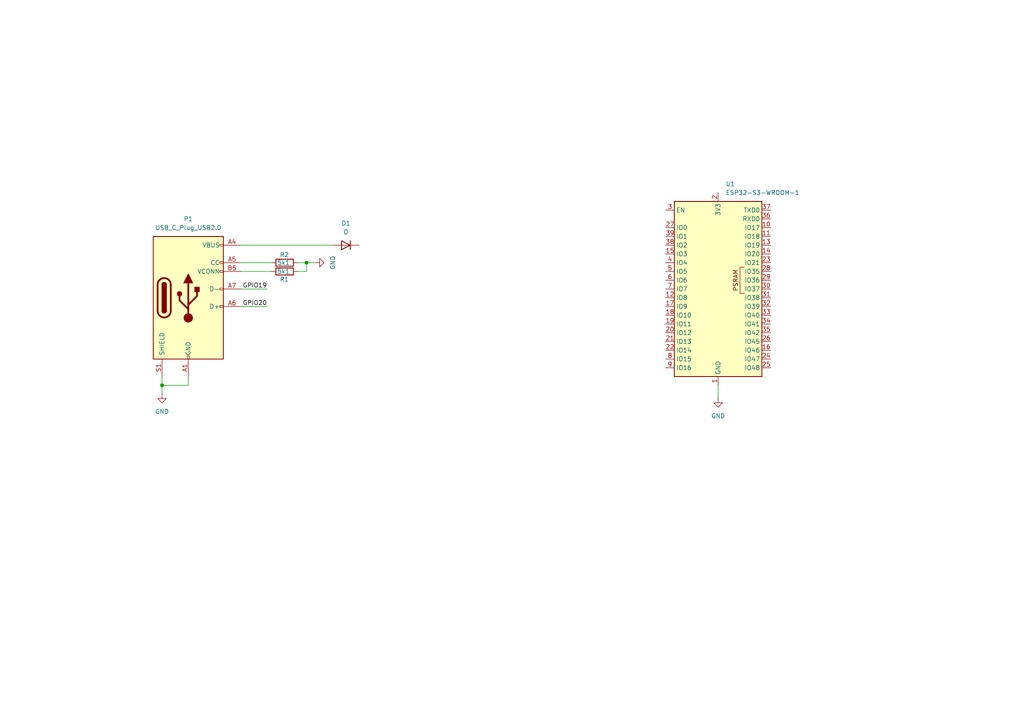
<source format=kicad_sch>
(kicad_sch
	(version 20231120)
	(generator "eeschema")
	(generator_version "8.0")
	(uuid "355496d4-74a1-48f8-addb-7dcc6fd2829d")
	(paper "A4")
	(lib_symbols
		(symbol "Connector:USB_C_Plug_USB2.0"
			(pin_names
				(offset 1.016)
			)
			(exclude_from_sim no)
			(in_bom yes)
			(on_board yes)
			(property "Reference" "P"
				(at -10.16 19.05 0)
				(effects
					(font
						(size 1.27 1.27)
					)
					(justify left)
				)
			)
			(property "Value" "USB_C_Plug_USB2.0"
				(at 12.7 19.05 0)
				(effects
					(font
						(size 1.27 1.27)
					)
					(justify right)
				)
			)
			(property "Footprint" ""
				(at 3.81 0 0)
				(effects
					(font
						(size 1.27 1.27)
					)
					(hide yes)
				)
			)
			(property "Datasheet" "https://www.usb.org/sites/default/files/documents/usb_type-c.zip"
				(at 3.81 0 0)
				(effects
					(font
						(size 1.27 1.27)
					)
					(hide yes)
				)
			)
			(property "Description" "USB 2.0-only Type-C Plug connector"
				(at 0 0 0)
				(effects
					(font
						(size 1.27 1.27)
					)
					(hide yes)
				)
			)
			(property "ki_keywords" "usb universal serial bus type-C USB2.0"
				(at 0 0 0)
				(effects
					(font
						(size 1.27 1.27)
					)
					(hide yes)
				)
			)
			(property "ki_fp_filters" "USB*C*Plug*"
				(at 0 0 0)
				(effects
					(font
						(size 1.27 1.27)
					)
					(hide yes)
				)
			)
			(symbol "USB_C_Plug_USB2.0_0_0"
				(rectangle
					(start -0.254 -17.78)
					(end 0.254 -16.764)
					(stroke
						(width 0)
						(type default)
					)
					(fill
						(type none)
					)
				)
				(rectangle
					(start 10.16 -2.286)
					(end 9.144 -2.794)
					(stroke
						(width 0)
						(type default)
					)
					(fill
						(type none)
					)
				)
				(rectangle
					(start 10.16 2.794)
					(end 9.144 2.286)
					(stroke
						(width 0)
						(type default)
					)
					(fill
						(type none)
					)
				)
				(rectangle
					(start 10.16 7.874)
					(end 9.144 7.366)
					(stroke
						(width 0)
						(type default)
					)
					(fill
						(type none)
					)
				)
				(rectangle
					(start 10.16 10.414)
					(end 9.144 9.906)
					(stroke
						(width 0)
						(type default)
					)
					(fill
						(type none)
					)
				)
				(rectangle
					(start 10.16 15.494)
					(end 9.144 14.986)
					(stroke
						(width 0)
						(type default)
					)
					(fill
						(type none)
					)
				)
			)
			(symbol "USB_C_Plug_USB2.0_0_1"
				(rectangle
					(start -10.16 17.78)
					(end 10.16 -17.78)
					(stroke
						(width 0.254)
						(type default)
					)
					(fill
						(type background)
					)
				)
				(arc
					(start -8.89 -3.81)
					(mid -6.985 -5.7067)
					(end -5.08 -3.81)
					(stroke
						(width 0.508)
						(type default)
					)
					(fill
						(type none)
					)
				)
				(arc
					(start -7.62 -3.81)
					(mid -6.985 -4.4423)
					(end -6.35 -3.81)
					(stroke
						(width 0.254)
						(type default)
					)
					(fill
						(type none)
					)
				)
				(arc
					(start -7.62 -3.81)
					(mid -6.985 -4.4423)
					(end -6.35 -3.81)
					(stroke
						(width 0.254)
						(type default)
					)
					(fill
						(type outline)
					)
				)
				(rectangle
					(start -7.62 -3.81)
					(end -6.35 3.81)
					(stroke
						(width 0.254)
						(type default)
					)
					(fill
						(type outline)
					)
				)
				(arc
					(start -6.35 3.81)
					(mid -6.985 4.4423)
					(end -7.62 3.81)
					(stroke
						(width 0.254)
						(type default)
					)
					(fill
						(type none)
					)
				)
				(arc
					(start -6.35 3.81)
					(mid -6.985 4.4423)
					(end -7.62 3.81)
					(stroke
						(width 0.254)
						(type default)
					)
					(fill
						(type outline)
					)
				)
				(arc
					(start -5.08 3.81)
					(mid -6.985 5.7067)
					(end -8.89 3.81)
					(stroke
						(width 0.508)
						(type default)
					)
					(fill
						(type none)
					)
				)
				(circle
					(center -2.54 1.143)
					(radius 0.635)
					(stroke
						(width 0.254)
						(type default)
					)
					(fill
						(type outline)
					)
				)
				(circle
					(center 0 -5.842)
					(radius 1.27)
					(stroke
						(width 0)
						(type default)
					)
					(fill
						(type outline)
					)
				)
				(polyline
					(pts
						(xy -8.89 -3.81) (xy -8.89 3.81)
					)
					(stroke
						(width 0.508)
						(type default)
					)
					(fill
						(type none)
					)
				)
				(polyline
					(pts
						(xy -5.08 3.81) (xy -5.08 -3.81)
					)
					(stroke
						(width 0.508)
						(type default)
					)
					(fill
						(type none)
					)
				)
				(polyline
					(pts
						(xy 0 -5.842) (xy 0 4.318)
					)
					(stroke
						(width 0.508)
						(type default)
					)
					(fill
						(type none)
					)
				)
				(polyline
					(pts
						(xy 0 -3.302) (xy -2.54 -0.762) (xy -2.54 0.508)
					)
					(stroke
						(width 0.508)
						(type default)
					)
					(fill
						(type none)
					)
				)
				(polyline
					(pts
						(xy 0 -2.032) (xy 2.54 0.508) (xy 2.54 1.778)
					)
					(stroke
						(width 0.508)
						(type default)
					)
					(fill
						(type none)
					)
				)
				(polyline
					(pts
						(xy -1.27 4.318) (xy 0 6.858) (xy 1.27 4.318) (xy -1.27 4.318)
					)
					(stroke
						(width 0.254)
						(type default)
					)
					(fill
						(type outline)
					)
				)
				(rectangle
					(start 1.905 1.778)
					(end 3.175 3.048)
					(stroke
						(width 0.254)
						(type default)
					)
					(fill
						(type outline)
					)
				)
			)
			(symbol "USB_C_Plug_USB2.0_1_1"
				(pin passive line
					(at 0 -22.86 90)
					(length 5.08)
					(name "GND"
						(effects
							(font
								(size 1.27 1.27)
							)
						)
					)
					(number "A1"
						(effects
							(font
								(size 1.27 1.27)
							)
						)
					)
				)
				(pin passive line
					(at 0 -22.86 90)
					(length 5.08) hide
					(name "GND"
						(effects
							(font
								(size 1.27 1.27)
							)
						)
					)
					(number "A12"
						(effects
							(font
								(size 1.27 1.27)
							)
						)
					)
				)
				(pin passive line
					(at 15.24 15.24 180)
					(length 5.08)
					(name "VBUS"
						(effects
							(font
								(size 1.27 1.27)
							)
						)
					)
					(number "A4"
						(effects
							(font
								(size 1.27 1.27)
							)
						)
					)
				)
				(pin bidirectional line
					(at 15.24 10.16 180)
					(length 5.08)
					(name "CC"
						(effects
							(font
								(size 1.27 1.27)
							)
						)
					)
					(number "A5"
						(effects
							(font
								(size 1.27 1.27)
							)
						)
					)
				)
				(pin bidirectional line
					(at 15.24 -2.54 180)
					(length 5.08)
					(name "D+"
						(effects
							(font
								(size 1.27 1.27)
							)
						)
					)
					(number "A6"
						(effects
							(font
								(size 1.27 1.27)
							)
						)
					)
				)
				(pin bidirectional line
					(at 15.24 2.54 180)
					(length 5.08)
					(name "D-"
						(effects
							(font
								(size 1.27 1.27)
							)
						)
					)
					(number "A7"
						(effects
							(font
								(size 1.27 1.27)
							)
						)
					)
				)
				(pin passive line
					(at 15.24 15.24 180)
					(length 5.08) hide
					(name "VBUS"
						(effects
							(font
								(size 1.27 1.27)
							)
						)
					)
					(number "A9"
						(effects
							(font
								(size 1.27 1.27)
							)
						)
					)
				)
				(pin passive line
					(at 0 -22.86 90)
					(length 5.08) hide
					(name "GND"
						(effects
							(font
								(size 1.27 1.27)
							)
						)
					)
					(number "B1"
						(effects
							(font
								(size 1.27 1.27)
							)
						)
					)
				)
				(pin passive line
					(at 0 -22.86 90)
					(length 5.08) hide
					(name "GND"
						(effects
							(font
								(size 1.27 1.27)
							)
						)
					)
					(number "B12"
						(effects
							(font
								(size 1.27 1.27)
							)
						)
					)
				)
				(pin passive line
					(at 15.24 15.24 180)
					(length 5.08) hide
					(name "VBUS"
						(effects
							(font
								(size 1.27 1.27)
							)
						)
					)
					(number "B4"
						(effects
							(font
								(size 1.27 1.27)
							)
						)
					)
				)
				(pin bidirectional line
					(at 15.24 7.62 180)
					(length 5.08)
					(name "VCONN"
						(effects
							(font
								(size 1.27 1.27)
							)
						)
					)
					(number "B5"
						(effects
							(font
								(size 1.27 1.27)
							)
						)
					)
				)
				(pin passive line
					(at 15.24 15.24 180)
					(length 5.08) hide
					(name "VBUS"
						(effects
							(font
								(size 1.27 1.27)
							)
						)
					)
					(number "B9"
						(effects
							(font
								(size 1.27 1.27)
							)
						)
					)
				)
				(pin passive line
					(at -7.62 -22.86 90)
					(length 5.08)
					(name "SHIELD"
						(effects
							(font
								(size 1.27 1.27)
							)
						)
					)
					(number "S1"
						(effects
							(font
								(size 1.27 1.27)
							)
						)
					)
				)
			)
		)
		(symbol "Device:D"
			(pin_numbers hide)
			(pin_names
				(offset 1.016) hide)
			(exclude_from_sim no)
			(in_bom yes)
			(on_board yes)
			(property "Reference" "D"
				(at 0 2.54 0)
				(effects
					(font
						(size 1.27 1.27)
					)
				)
			)
			(property "Value" "D"
				(at 0 -2.54 0)
				(effects
					(font
						(size 1.27 1.27)
					)
				)
			)
			(property "Footprint" ""
				(at 0 0 0)
				(effects
					(font
						(size 1.27 1.27)
					)
					(hide yes)
				)
			)
			(property "Datasheet" "~"
				(at 0 0 0)
				(effects
					(font
						(size 1.27 1.27)
					)
					(hide yes)
				)
			)
			(property "Description" "Diode"
				(at 0 0 0)
				(effects
					(font
						(size 1.27 1.27)
					)
					(hide yes)
				)
			)
			(property "Sim.Device" "D"
				(at 0 0 0)
				(effects
					(font
						(size 1.27 1.27)
					)
					(hide yes)
				)
			)
			(property "Sim.Pins" "1=K 2=A"
				(at 0 0 0)
				(effects
					(font
						(size 1.27 1.27)
					)
					(hide yes)
				)
			)
			(property "ki_keywords" "diode"
				(at 0 0 0)
				(effects
					(font
						(size 1.27 1.27)
					)
					(hide yes)
				)
			)
			(property "ki_fp_filters" "TO-???* *_Diode_* *SingleDiode* D_*"
				(at 0 0 0)
				(effects
					(font
						(size 1.27 1.27)
					)
					(hide yes)
				)
			)
			(symbol "D_0_1"
				(polyline
					(pts
						(xy -1.27 1.27) (xy -1.27 -1.27)
					)
					(stroke
						(width 0.254)
						(type default)
					)
					(fill
						(type none)
					)
				)
				(polyline
					(pts
						(xy 1.27 0) (xy -1.27 0)
					)
					(stroke
						(width 0)
						(type default)
					)
					(fill
						(type none)
					)
				)
				(polyline
					(pts
						(xy 1.27 1.27) (xy 1.27 -1.27) (xy -1.27 0) (xy 1.27 1.27)
					)
					(stroke
						(width 0.254)
						(type default)
					)
					(fill
						(type none)
					)
				)
			)
			(symbol "D_1_1"
				(pin passive line
					(at -3.81 0 0)
					(length 2.54)
					(name "K"
						(effects
							(font
								(size 1.27 1.27)
							)
						)
					)
					(number "1"
						(effects
							(font
								(size 1.27 1.27)
							)
						)
					)
				)
				(pin passive line
					(at 3.81 0 180)
					(length 2.54)
					(name "A"
						(effects
							(font
								(size 1.27 1.27)
							)
						)
					)
					(number "2"
						(effects
							(font
								(size 1.27 1.27)
							)
						)
					)
				)
			)
		)
		(symbol "Device:R"
			(pin_numbers hide)
			(pin_names
				(offset 0)
			)
			(exclude_from_sim no)
			(in_bom yes)
			(on_board yes)
			(property "Reference" "R"
				(at 2.032 0 90)
				(effects
					(font
						(size 1.27 1.27)
					)
				)
			)
			(property "Value" "R"
				(at 0 0 90)
				(effects
					(font
						(size 1.27 1.27)
					)
				)
			)
			(property "Footprint" ""
				(at -1.778 0 90)
				(effects
					(font
						(size 1.27 1.27)
					)
					(hide yes)
				)
			)
			(property "Datasheet" "~"
				(at 0 0 0)
				(effects
					(font
						(size 1.27 1.27)
					)
					(hide yes)
				)
			)
			(property "Description" "Resistor"
				(at 0 0 0)
				(effects
					(font
						(size 1.27 1.27)
					)
					(hide yes)
				)
			)
			(property "ki_keywords" "R res resistor"
				(at 0 0 0)
				(effects
					(font
						(size 1.27 1.27)
					)
					(hide yes)
				)
			)
			(property "ki_fp_filters" "R_*"
				(at 0 0 0)
				(effects
					(font
						(size 1.27 1.27)
					)
					(hide yes)
				)
			)
			(symbol "R_0_1"
				(rectangle
					(start -1.016 -2.54)
					(end 1.016 2.54)
					(stroke
						(width 0.254)
						(type default)
					)
					(fill
						(type none)
					)
				)
			)
			(symbol "R_1_1"
				(pin passive line
					(at 0 3.81 270)
					(length 1.27)
					(name "~"
						(effects
							(font
								(size 1.27 1.27)
							)
						)
					)
					(number "1"
						(effects
							(font
								(size 1.27 1.27)
							)
						)
					)
				)
				(pin passive line
					(at 0 -3.81 90)
					(length 1.27)
					(name "~"
						(effects
							(font
								(size 1.27 1.27)
							)
						)
					)
					(number "2"
						(effects
							(font
								(size 1.27 1.27)
							)
						)
					)
				)
			)
		)
		(symbol "RF_Module:ESP32-S3-WROOM-1"
			(exclude_from_sim no)
			(in_bom yes)
			(on_board yes)
			(property "Reference" "U"
				(at -12.7 26.67 0)
				(effects
					(font
						(size 1.27 1.27)
					)
				)
			)
			(property "Value" "ESP32-S3-WROOM-1"
				(at 12.7 26.67 0)
				(effects
					(font
						(size 1.27 1.27)
					)
				)
			)
			(property "Footprint" "RF_Module:ESP32-S3-WROOM-1"
				(at 0 2.54 0)
				(effects
					(font
						(size 1.27 1.27)
					)
					(hide yes)
				)
			)
			(property "Datasheet" "https://www.espressif.com/sites/default/files/documentation/esp32-s3-wroom-1_wroom-1u_datasheet_en.pdf"
				(at 0 0 0)
				(effects
					(font
						(size 1.27 1.27)
					)
					(hide yes)
				)
			)
			(property "Description" "RF Module, ESP32-S3 SoC, Wi-Fi 802.11b/g/n, Bluetooth, BLE, 32-bit, 3.3V, onboard antenna, SMD"
				(at 0 0 0)
				(effects
					(font
						(size 1.27 1.27)
					)
					(hide yes)
				)
			)
			(property "ki_keywords" "RF Radio BT ESP ESP32-S3 Espressif onboard PCB antenna"
				(at 0 0 0)
				(effects
					(font
						(size 1.27 1.27)
					)
					(hide yes)
				)
			)
			(property "ki_fp_filters" "ESP32?S3?WROOM?1*"
				(at 0 0 0)
				(effects
					(font
						(size 1.27 1.27)
					)
					(hide yes)
				)
			)
			(symbol "ESP32-S3-WROOM-1_0_0"
				(rectangle
					(start -12.7 25.4)
					(end 12.7 -25.4)
					(stroke
						(width 0.254)
						(type default)
					)
					(fill
						(type background)
					)
				)
				(text "PSRAM"
					(at 5.08 2.54 900)
					(effects
						(font
							(size 1.27 1.27)
						)
					)
				)
			)
			(symbol "ESP32-S3-WROOM-1_0_1"
				(polyline
					(pts
						(xy 7.62 -1.27) (xy 6.35 -1.27) (xy 6.35 6.35) (xy 7.62 6.35)
					)
					(stroke
						(width 0)
						(type default)
					)
					(fill
						(type none)
					)
				)
			)
			(symbol "ESP32-S3-WROOM-1_1_1"
				(pin power_in line
					(at 0 -27.94 90)
					(length 2.54)
					(name "GND"
						(effects
							(font
								(size 1.27 1.27)
							)
						)
					)
					(number "1"
						(effects
							(font
								(size 1.27 1.27)
							)
						)
					)
				)
				(pin bidirectional line
					(at 15.24 17.78 180)
					(length 2.54)
					(name "IO17"
						(effects
							(font
								(size 1.27 1.27)
							)
						)
					)
					(number "10"
						(effects
							(font
								(size 1.27 1.27)
							)
						)
					)
				)
				(pin bidirectional line
					(at 15.24 15.24 180)
					(length 2.54)
					(name "IO18"
						(effects
							(font
								(size 1.27 1.27)
							)
						)
					)
					(number "11"
						(effects
							(font
								(size 1.27 1.27)
							)
						)
					)
				)
				(pin bidirectional line
					(at -15.24 -2.54 0)
					(length 2.54)
					(name "IO8"
						(effects
							(font
								(size 1.27 1.27)
							)
						)
					)
					(number "12"
						(effects
							(font
								(size 1.27 1.27)
							)
						)
					)
				)
				(pin bidirectional line
					(at 15.24 12.7 180)
					(length 2.54)
					(name "IO19"
						(effects
							(font
								(size 1.27 1.27)
							)
						)
					)
					(number "13"
						(effects
							(font
								(size 1.27 1.27)
							)
						)
					)
				)
				(pin bidirectional line
					(at 15.24 10.16 180)
					(length 2.54)
					(name "IO20"
						(effects
							(font
								(size 1.27 1.27)
							)
						)
					)
					(number "14"
						(effects
							(font
								(size 1.27 1.27)
							)
						)
					)
				)
				(pin bidirectional line
					(at -15.24 10.16 0)
					(length 2.54)
					(name "IO3"
						(effects
							(font
								(size 1.27 1.27)
							)
						)
					)
					(number "15"
						(effects
							(font
								(size 1.27 1.27)
							)
						)
					)
				)
				(pin bidirectional line
					(at 15.24 -17.78 180)
					(length 2.54)
					(name "IO46"
						(effects
							(font
								(size 1.27 1.27)
							)
						)
					)
					(number "16"
						(effects
							(font
								(size 1.27 1.27)
							)
						)
					)
				)
				(pin bidirectional line
					(at -15.24 -5.08 0)
					(length 2.54)
					(name "IO9"
						(effects
							(font
								(size 1.27 1.27)
							)
						)
					)
					(number "17"
						(effects
							(font
								(size 1.27 1.27)
							)
						)
					)
				)
				(pin bidirectional line
					(at -15.24 -7.62 0)
					(length 2.54)
					(name "IO10"
						(effects
							(font
								(size 1.27 1.27)
							)
						)
					)
					(number "18"
						(effects
							(font
								(size 1.27 1.27)
							)
						)
					)
				)
				(pin bidirectional line
					(at -15.24 -10.16 0)
					(length 2.54)
					(name "IO11"
						(effects
							(font
								(size 1.27 1.27)
							)
						)
					)
					(number "19"
						(effects
							(font
								(size 1.27 1.27)
							)
						)
					)
				)
				(pin power_in line
					(at 0 27.94 270)
					(length 2.54)
					(name "3V3"
						(effects
							(font
								(size 1.27 1.27)
							)
						)
					)
					(number "2"
						(effects
							(font
								(size 1.27 1.27)
							)
						)
					)
				)
				(pin bidirectional line
					(at -15.24 -12.7 0)
					(length 2.54)
					(name "IO12"
						(effects
							(font
								(size 1.27 1.27)
							)
						)
					)
					(number "20"
						(effects
							(font
								(size 1.27 1.27)
							)
						)
					)
				)
				(pin bidirectional line
					(at -15.24 -15.24 0)
					(length 2.54)
					(name "IO13"
						(effects
							(font
								(size 1.27 1.27)
							)
						)
					)
					(number "21"
						(effects
							(font
								(size 1.27 1.27)
							)
						)
					)
				)
				(pin bidirectional line
					(at -15.24 -17.78 0)
					(length 2.54)
					(name "IO14"
						(effects
							(font
								(size 1.27 1.27)
							)
						)
					)
					(number "22"
						(effects
							(font
								(size 1.27 1.27)
							)
						)
					)
				)
				(pin bidirectional line
					(at 15.24 7.62 180)
					(length 2.54)
					(name "IO21"
						(effects
							(font
								(size 1.27 1.27)
							)
						)
					)
					(number "23"
						(effects
							(font
								(size 1.27 1.27)
							)
						)
					)
				)
				(pin bidirectional line
					(at 15.24 -20.32 180)
					(length 2.54)
					(name "IO47"
						(effects
							(font
								(size 1.27 1.27)
							)
						)
					)
					(number "24"
						(effects
							(font
								(size 1.27 1.27)
							)
						)
					)
				)
				(pin bidirectional line
					(at 15.24 -22.86 180)
					(length 2.54)
					(name "IO48"
						(effects
							(font
								(size 1.27 1.27)
							)
						)
					)
					(number "25"
						(effects
							(font
								(size 1.27 1.27)
							)
						)
					)
				)
				(pin bidirectional line
					(at 15.24 -15.24 180)
					(length 2.54)
					(name "IO45"
						(effects
							(font
								(size 1.27 1.27)
							)
						)
					)
					(number "26"
						(effects
							(font
								(size 1.27 1.27)
							)
						)
					)
				)
				(pin bidirectional line
					(at -15.24 17.78 0)
					(length 2.54)
					(name "IO0"
						(effects
							(font
								(size 1.27 1.27)
							)
						)
					)
					(number "27"
						(effects
							(font
								(size 1.27 1.27)
							)
						)
					)
				)
				(pin bidirectional line
					(at 15.24 5.08 180)
					(length 2.54)
					(name "IO35"
						(effects
							(font
								(size 1.27 1.27)
							)
						)
					)
					(number "28"
						(effects
							(font
								(size 1.27 1.27)
							)
						)
					)
				)
				(pin bidirectional line
					(at 15.24 2.54 180)
					(length 2.54)
					(name "IO36"
						(effects
							(font
								(size 1.27 1.27)
							)
						)
					)
					(number "29"
						(effects
							(font
								(size 1.27 1.27)
							)
						)
					)
				)
				(pin input line
					(at -15.24 22.86 0)
					(length 2.54)
					(name "EN"
						(effects
							(font
								(size 1.27 1.27)
							)
						)
					)
					(number "3"
						(effects
							(font
								(size 1.27 1.27)
							)
						)
					)
				)
				(pin bidirectional line
					(at 15.24 0 180)
					(length 2.54)
					(name "IO37"
						(effects
							(font
								(size 1.27 1.27)
							)
						)
					)
					(number "30"
						(effects
							(font
								(size 1.27 1.27)
							)
						)
					)
				)
				(pin bidirectional line
					(at 15.24 -2.54 180)
					(length 2.54)
					(name "IO38"
						(effects
							(font
								(size 1.27 1.27)
							)
						)
					)
					(number "31"
						(effects
							(font
								(size 1.27 1.27)
							)
						)
					)
				)
				(pin bidirectional line
					(at 15.24 -5.08 180)
					(length 2.54)
					(name "IO39"
						(effects
							(font
								(size 1.27 1.27)
							)
						)
					)
					(number "32"
						(effects
							(font
								(size 1.27 1.27)
							)
						)
					)
				)
				(pin bidirectional line
					(at 15.24 -7.62 180)
					(length 2.54)
					(name "IO40"
						(effects
							(font
								(size 1.27 1.27)
							)
						)
					)
					(number "33"
						(effects
							(font
								(size 1.27 1.27)
							)
						)
					)
				)
				(pin bidirectional line
					(at 15.24 -10.16 180)
					(length 2.54)
					(name "IO41"
						(effects
							(font
								(size 1.27 1.27)
							)
						)
					)
					(number "34"
						(effects
							(font
								(size 1.27 1.27)
							)
						)
					)
				)
				(pin bidirectional line
					(at 15.24 -12.7 180)
					(length 2.54)
					(name "IO42"
						(effects
							(font
								(size 1.27 1.27)
							)
						)
					)
					(number "35"
						(effects
							(font
								(size 1.27 1.27)
							)
						)
					)
				)
				(pin bidirectional line
					(at 15.24 20.32 180)
					(length 2.54)
					(name "RXD0"
						(effects
							(font
								(size 1.27 1.27)
							)
						)
					)
					(number "36"
						(effects
							(font
								(size 1.27 1.27)
							)
						)
					)
				)
				(pin bidirectional line
					(at 15.24 22.86 180)
					(length 2.54)
					(name "TXD0"
						(effects
							(font
								(size 1.27 1.27)
							)
						)
					)
					(number "37"
						(effects
							(font
								(size 1.27 1.27)
							)
						)
					)
				)
				(pin bidirectional line
					(at -15.24 12.7 0)
					(length 2.54)
					(name "IO2"
						(effects
							(font
								(size 1.27 1.27)
							)
						)
					)
					(number "38"
						(effects
							(font
								(size 1.27 1.27)
							)
						)
					)
				)
				(pin bidirectional line
					(at -15.24 15.24 0)
					(length 2.54)
					(name "IO1"
						(effects
							(font
								(size 1.27 1.27)
							)
						)
					)
					(number "39"
						(effects
							(font
								(size 1.27 1.27)
							)
						)
					)
				)
				(pin bidirectional line
					(at -15.24 7.62 0)
					(length 2.54)
					(name "IO4"
						(effects
							(font
								(size 1.27 1.27)
							)
						)
					)
					(number "4"
						(effects
							(font
								(size 1.27 1.27)
							)
						)
					)
				)
				(pin passive line
					(at 0 -27.94 90)
					(length 2.54) hide
					(name "GND"
						(effects
							(font
								(size 1.27 1.27)
							)
						)
					)
					(number "40"
						(effects
							(font
								(size 1.27 1.27)
							)
						)
					)
				)
				(pin passive line
					(at 0 -27.94 90)
					(length 2.54) hide
					(name "GND"
						(effects
							(font
								(size 1.27 1.27)
							)
						)
					)
					(number "41"
						(effects
							(font
								(size 1.27 1.27)
							)
						)
					)
				)
				(pin bidirectional line
					(at -15.24 5.08 0)
					(length 2.54)
					(name "IO5"
						(effects
							(font
								(size 1.27 1.27)
							)
						)
					)
					(number "5"
						(effects
							(font
								(size 1.27 1.27)
							)
						)
					)
				)
				(pin bidirectional line
					(at -15.24 2.54 0)
					(length 2.54)
					(name "IO6"
						(effects
							(font
								(size 1.27 1.27)
							)
						)
					)
					(number "6"
						(effects
							(font
								(size 1.27 1.27)
							)
						)
					)
				)
				(pin bidirectional line
					(at -15.24 0 0)
					(length 2.54)
					(name "IO7"
						(effects
							(font
								(size 1.27 1.27)
							)
						)
					)
					(number "7"
						(effects
							(font
								(size 1.27 1.27)
							)
						)
					)
				)
				(pin bidirectional line
					(at -15.24 -20.32 0)
					(length 2.54)
					(name "IO15"
						(effects
							(font
								(size 1.27 1.27)
							)
						)
					)
					(number "8"
						(effects
							(font
								(size 1.27 1.27)
							)
						)
					)
				)
				(pin bidirectional line
					(at -15.24 -22.86 0)
					(length 2.54)
					(name "IO16"
						(effects
							(font
								(size 1.27 1.27)
							)
						)
					)
					(number "9"
						(effects
							(font
								(size 1.27 1.27)
							)
						)
					)
				)
			)
		)
		(symbol "power:GND"
			(power)
			(pin_numbers hide)
			(pin_names
				(offset 0) hide)
			(exclude_from_sim no)
			(in_bom yes)
			(on_board yes)
			(property "Reference" "#PWR"
				(at 0 -6.35 0)
				(effects
					(font
						(size 1.27 1.27)
					)
					(hide yes)
				)
			)
			(property "Value" "GND"
				(at 0 -3.81 0)
				(effects
					(font
						(size 1.27 1.27)
					)
				)
			)
			(property "Footprint" ""
				(at 0 0 0)
				(effects
					(font
						(size 1.27 1.27)
					)
					(hide yes)
				)
			)
			(property "Datasheet" ""
				(at 0 0 0)
				(effects
					(font
						(size 1.27 1.27)
					)
					(hide yes)
				)
			)
			(property "Description" "Power symbol creates a global label with name \"GND\" , ground"
				(at 0 0 0)
				(effects
					(font
						(size 1.27 1.27)
					)
					(hide yes)
				)
			)
			(property "ki_keywords" "global power"
				(at 0 0 0)
				(effects
					(font
						(size 1.27 1.27)
					)
					(hide yes)
				)
			)
			(symbol "GND_0_1"
				(polyline
					(pts
						(xy 0 0) (xy 0 -1.27) (xy 1.27 -1.27) (xy 0 -2.54) (xy -1.27 -1.27) (xy 0 -1.27)
					)
					(stroke
						(width 0)
						(type default)
					)
					(fill
						(type none)
					)
				)
			)
			(symbol "GND_1_1"
				(pin power_in line
					(at 0 0 270)
					(length 0)
					(name "~"
						(effects
							(font
								(size 1.27 1.27)
							)
						)
					)
					(number "1"
						(effects
							(font
								(size 1.27 1.27)
							)
						)
					)
				)
			)
		)
	)
	(junction
		(at 88.9 76.2)
		(diameter 0)
		(color 0 0 0 0)
		(uuid "a4cfbcfb-8b51-4a10-a485-103710b68a67")
	)
	(junction
		(at 46.99 111.76)
		(diameter 0)
		(color 0 0 0 0)
		(uuid "c67e1c12-b779-4427-a257-29e3814b25e6")
	)
	(wire
		(pts
			(xy 69.85 78.74) (xy 78.74 78.74)
		)
		(stroke
			(width 0)
			(type default)
		)
		(uuid "0a1eaff4-05cc-47ac-b1f8-1ff8238248b7")
	)
	(wire
		(pts
			(xy 88.9 78.74) (xy 88.9 76.2)
		)
		(stroke
			(width 0)
			(type default)
		)
		(uuid "28c5e5d2-9698-423b-a8dd-e9abad849ed4")
	)
	(wire
		(pts
			(xy 46.99 111.76) (xy 54.61 111.76)
		)
		(stroke
			(width 0)
			(type default)
		)
		(uuid "3055a2fc-5718-454e-9e24-87629b033cc9")
	)
	(wire
		(pts
			(xy 77.47 88.9) (xy 69.85 88.9)
		)
		(stroke
			(width 0)
			(type default)
		)
		(uuid "340df566-78ed-4555-8492-7f39caf35c63")
	)
	(wire
		(pts
			(xy 86.36 78.74) (xy 88.9 78.74)
		)
		(stroke
			(width 0)
			(type default)
		)
		(uuid "418ea4e9-5cc7-4b30-8f3f-522cb9c3af0a")
	)
	(wire
		(pts
			(xy 46.99 111.76) (xy 46.99 114.3)
		)
		(stroke
			(width 0)
			(type default)
		)
		(uuid "48d97d31-af0f-4d17-8328-9ad20a7475a2")
	)
	(wire
		(pts
			(xy 77.47 83.82) (xy 69.85 83.82)
		)
		(stroke
			(width 0)
			(type default)
		)
		(uuid "85e19126-eae9-498f-8aa2-0b3c4a90bd1b")
	)
	(wire
		(pts
			(xy 69.85 76.2) (xy 78.74 76.2)
		)
		(stroke
			(width 0)
			(type default)
		)
		(uuid "a4f43bf8-dc04-46db-b347-2e87122d9d5f")
	)
	(wire
		(pts
			(xy 91.44 76.2) (xy 88.9 76.2)
		)
		(stroke
			(width 0)
			(type default)
		)
		(uuid "a8abaf19-c9e6-4f30-89e3-4e000c7ace58")
	)
	(wire
		(pts
			(xy 208.28 111.76) (xy 208.28 115.57)
		)
		(stroke
			(width 0)
			(type default)
		)
		(uuid "d0792494-e6e0-4ec5-83d6-1e5d5e70ec86")
	)
	(wire
		(pts
			(xy 88.9 76.2) (xy 86.36 76.2)
		)
		(stroke
			(width 0)
			(type default)
		)
		(uuid "d65d114a-e008-41a7-af1d-e8a363bf984f")
	)
	(wire
		(pts
			(xy 54.61 109.22) (xy 54.61 111.76)
		)
		(stroke
			(width 0)
			(type default)
		)
		(uuid "e441a6d0-b371-43e7-b0ec-b8d32450174a")
	)
	(wire
		(pts
			(xy 46.99 109.22) (xy 46.99 111.76)
		)
		(stroke
			(width 0)
			(type default)
		)
		(uuid "e51d450d-a3ec-4536-8a55-c38c090c9b10")
	)
	(wire
		(pts
			(xy 69.85 71.12) (xy 96.52 71.12)
		)
		(stroke
			(width 0)
			(type default)
		)
		(uuid "e7ac5954-53d9-444d-904b-73c68b573994")
	)
	(label "GPIO20"
		(at 77.47 88.9 180)
		(fields_autoplaced yes)
		(effects
			(font
				(size 1.27 1.27)
			)
			(justify right bottom)
		)
		(uuid "7125eead-3794-49a2-874f-1c8c32cce7b9")
	)
	(label "GPIO19"
		(at 77.47 83.82 180)
		(fields_autoplaced yes)
		(effects
			(font
				(size 1.27 1.27)
			)
			(justify right bottom)
		)
		(uuid "f4dace48-58ea-4540-a9b4-f23134829fea")
	)
	(symbol
		(lib_id "Device:R")
		(at 82.55 78.74 90)
		(unit 1)
		(exclude_from_sim no)
		(in_bom yes)
		(on_board yes)
		(dnp no)
		(uuid "5a64f1ad-1f94-4ec7-9b8b-8f1977a59fd1")
		(property "Reference" "R1"
			(at 83.82 81.026 90)
			(effects
				(font
					(size 1.27 1.27)
				)
				(justify left)
			)
		)
		(property "Value" "5k1"
			(at 84.074 78.74 90)
			(effects
				(font
					(size 1.27 1.27)
				)
				(justify left)
			)
		)
		(property "Footprint" ""
			(at 82.55 80.518 90)
			(effects
				(font
					(size 1.27 1.27)
				)
				(hide yes)
			)
		)
		(property "Datasheet" "~"
			(at 82.55 78.74 0)
			(effects
				(font
					(size 1.27 1.27)
				)
				(hide yes)
			)
		)
		(property "Description" "Resistor"
			(at 82.55 78.74 0)
			(effects
				(font
					(size 1.27 1.27)
				)
				(hide yes)
			)
		)
		(pin "1"
			(uuid "8f09c2fb-f1c2-4d13-ba45-6eafa2acbe5c")
		)
		(pin "2"
			(uuid "c4d66cf8-6042-472d-a1e8-3dd37175daad")
		)
		(instances
			(project "ESP32_Control System"
				(path "/260b0fa9-78d2-4349-a156-03d5223e1fc6/8acbab61-0935-4e1c-a72b-200950fef939"
					(reference "R1")
					(unit 1)
				)
			)
		)
	)
	(symbol
		(lib_id "power:GND")
		(at 208.28 115.57 0)
		(unit 1)
		(exclude_from_sim no)
		(in_bom yes)
		(on_board yes)
		(dnp no)
		(fields_autoplaced yes)
		(uuid "6e6019e8-b0a1-476d-9f01-4611faf553be")
		(property "Reference" "#PWR04"
			(at 208.28 121.92 0)
			(effects
				(font
					(size 1.27 1.27)
				)
				(hide yes)
			)
		)
		(property "Value" "GND"
			(at 208.28 120.65 0)
			(effects
				(font
					(size 1.27 1.27)
				)
			)
		)
		(property "Footprint" ""
			(at 208.28 115.57 0)
			(effects
				(font
					(size 1.27 1.27)
				)
				(hide yes)
			)
		)
		(property "Datasheet" ""
			(at 208.28 115.57 0)
			(effects
				(font
					(size 1.27 1.27)
				)
				(hide yes)
			)
		)
		(property "Description" "Power symbol creates a global label with name \"GND\" , ground"
			(at 208.28 115.57 0)
			(effects
				(font
					(size 1.27 1.27)
				)
				(hide yes)
			)
		)
		(pin "1"
			(uuid "3e8ea0d5-4d3d-4048-85ca-8ba0355fc6c3")
		)
		(instances
			(project "ESP32_Control System"
				(path "/260b0fa9-78d2-4349-a156-03d5223e1fc6/8acbab61-0935-4e1c-a72b-200950fef939"
					(reference "#PWR04")
					(unit 1)
				)
			)
		)
	)
	(symbol
		(lib_id "Device:R")
		(at 82.55 76.2 90)
		(unit 1)
		(exclude_from_sim no)
		(in_bom yes)
		(on_board yes)
		(dnp no)
		(uuid "8a685ec5-9ae3-4498-8192-31cf8f7a3fc6")
		(property "Reference" "R2"
			(at 83.82 73.914 90)
			(effects
				(font
					(size 1.27 1.27)
				)
				(justify left)
			)
		)
		(property "Value" "5k1"
			(at 84.074 76.2 90)
			(effects
				(font
					(size 1.27 1.27)
				)
				(justify left)
			)
		)
		(property "Footprint" ""
			(at 82.55 77.978 90)
			(effects
				(font
					(size 1.27 1.27)
				)
				(hide yes)
			)
		)
		(property "Datasheet" "~"
			(at 82.55 76.2 0)
			(effects
				(font
					(size 1.27 1.27)
				)
				(hide yes)
			)
		)
		(property "Description" "Resistor"
			(at 82.55 76.2 0)
			(effects
				(font
					(size 1.27 1.27)
				)
				(hide yes)
			)
		)
		(pin "1"
			(uuid "9a10bc3d-13d0-4190-b4a7-db708eff704c")
		)
		(pin "2"
			(uuid "7e932654-2c04-4e73-a2b7-5286cd5bd839")
		)
		(instances
			(project "ESP32_Control System"
				(path "/260b0fa9-78d2-4349-a156-03d5223e1fc6/8acbab61-0935-4e1c-a72b-200950fef939"
					(reference "R2")
					(unit 1)
				)
			)
		)
	)
	(symbol
		(lib_id "Device:D")
		(at 100.33 71.12 180)
		(unit 1)
		(exclude_from_sim no)
		(in_bom yes)
		(on_board yes)
		(dnp no)
		(fields_autoplaced yes)
		(uuid "8cc9ba33-f79d-4d87-8f65-c14b6faf9180")
		(property "Reference" "D1"
			(at 100.33 64.77 0)
			(effects
				(font
					(size 1.27 1.27)
				)
			)
		)
		(property "Value" "D"
			(at 100.33 67.31 0)
			(effects
				(font
					(size 1.27 1.27)
				)
			)
		)
		(property "Footprint" ""
			(at 100.33 71.12 0)
			(effects
				(font
					(size 1.27 1.27)
				)
				(hide yes)
			)
		)
		(property "Datasheet" "~"
			(at 100.33 71.12 0)
			(effects
				(font
					(size 1.27 1.27)
				)
				(hide yes)
			)
		)
		(property "Description" "Diode"
			(at 100.33 71.12 0)
			(effects
				(font
					(size 1.27 1.27)
				)
				(hide yes)
			)
		)
		(property "Sim.Device" "D"
			(at 100.33 71.12 0)
			(effects
				(font
					(size 1.27 1.27)
				)
				(hide yes)
			)
		)
		(property "Sim.Pins" "1=K 2=A"
			(at 100.33 71.12 0)
			(effects
				(font
					(size 1.27 1.27)
				)
				(hide yes)
			)
		)
		(pin "2"
			(uuid "ceaeb7e4-0c4a-4c55-b97c-6f3b8decf273")
		)
		(pin "1"
			(uuid "8c240ff2-8e3c-4103-a4d8-0c0b93caa392")
		)
		(instances
			(project "ESP32_Control System"
				(path "/260b0fa9-78d2-4349-a156-03d5223e1fc6/8acbab61-0935-4e1c-a72b-200950fef939"
					(reference "D1")
					(unit 1)
				)
			)
		)
	)
	(symbol
		(lib_id "power:GND")
		(at 91.44 76.2 90)
		(unit 1)
		(exclude_from_sim no)
		(in_bom yes)
		(on_board yes)
		(dnp no)
		(fields_autoplaced yes)
		(uuid "99fd7f47-78b8-413b-9833-130bfb04a31d")
		(property "Reference" "#PWR03"
			(at 97.79 76.2 0)
			(effects
				(font
					(size 1.27 1.27)
				)
				(hide yes)
			)
		)
		(property "Value" "GND"
			(at 96.52 76.2 0)
			(effects
				(font
					(size 1.27 1.27)
				)
			)
		)
		(property "Footprint" ""
			(at 91.44 76.2 0)
			(effects
				(font
					(size 1.27 1.27)
				)
				(hide yes)
			)
		)
		(property "Datasheet" ""
			(at 91.44 76.2 0)
			(effects
				(font
					(size 1.27 1.27)
				)
				(hide yes)
			)
		)
		(property "Description" "Power symbol creates a global label with name \"GND\" , ground"
			(at 91.44 76.2 0)
			(effects
				(font
					(size 1.27 1.27)
				)
				(hide yes)
			)
		)
		(pin "1"
			(uuid "91e9dfcd-481d-4a71-b0c6-f5437a01b1f1")
		)
		(instances
			(project "ESP32_Control System"
				(path "/260b0fa9-78d2-4349-a156-03d5223e1fc6/8acbab61-0935-4e1c-a72b-200950fef939"
					(reference "#PWR03")
					(unit 1)
				)
			)
		)
	)
	(symbol
		(lib_id "Connector:USB_C_Plug_USB2.0")
		(at 54.61 86.36 0)
		(unit 1)
		(exclude_from_sim no)
		(in_bom yes)
		(on_board yes)
		(dnp no)
		(fields_autoplaced yes)
		(uuid "b7497b86-03d7-4920-b848-7604ee4650a6")
		(property "Reference" "P1"
			(at 54.61 63.5 0)
			(effects
				(font
					(size 1.27 1.27)
				)
			)
		)
		(property "Value" "USB_C_Plug_USB2.0"
			(at 54.61 66.04 0)
			(effects
				(font
					(size 1.27 1.27)
				)
			)
		)
		(property "Footprint" ""
			(at 58.42 86.36 0)
			(effects
				(font
					(size 1.27 1.27)
				)
				(hide yes)
			)
		)
		(property "Datasheet" "https://www.usb.org/sites/default/files/documents/usb_type-c.zip"
			(at 58.42 86.36 0)
			(effects
				(font
					(size 1.27 1.27)
				)
				(hide yes)
			)
		)
		(property "Description" "USB 2.0-only Type-C Plug connector"
			(at 54.61 86.36 0)
			(effects
				(font
					(size 1.27 1.27)
				)
				(hide yes)
			)
		)
		(pin "A9"
			(uuid "87691048-093a-4eb7-88a7-d8a99a31e820")
		)
		(pin "B5"
			(uuid "7b717d83-f0af-41d1-a9fe-c880179918f0")
		)
		(pin "A7"
			(uuid "7939dc5b-eede-4c71-87a1-dc3944b459f5")
		)
		(pin "B1"
			(uuid "4ac2114b-3f1d-4cee-b677-d239db92b552")
		)
		(pin "A4"
			(uuid "6b3b24a2-b677-4e3c-ba32-99aa9e958133")
		)
		(pin "B9"
			(uuid "1e0af9a1-f3f1-4759-8a3d-91eec4c5f419")
		)
		(pin "A5"
			(uuid "c8a7ed78-01c4-48cc-8011-078094ef14e8")
		)
		(pin "A12"
			(uuid "99dcbb68-81ae-4c72-88dc-a47664163dd3")
		)
		(pin "B4"
			(uuid "e2df6419-7714-4267-a8dd-059314fd9320")
		)
		(pin "A1"
			(uuid "a8bf4c2e-6496-4667-b3f7-10d99646feed")
		)
		(pin "A6"
			(uuid "cbec2127-102a-4abd-abf4-04f983234cc9")
		)
		(pin "B12"
			(uuid "649b7b81-4514-46f6-881c-cefaf39822f7")
		)
		(pin "S1"
			(uuid "a1fac386-d45f-422a-9c1d-ccb9e907dfc6")
		)
		(instances
			(project "ESP32_Control System"
				(path "/260b0fa9-78d2-4349-a156-03d5223e1fc6/8acbab61-0935-4e1c-a72b-200950fef939"
					(reference "P1")
					(unit 1)
				)
			)
		)
	)
	(symbol
		(lib_id "RF_Module:ESP32-S3-WROOM-1")
		(at 208.28 83.82 0)
		(unit 1)
		(exclude_from_sim no)
		(in_bom yes)
		(on_board yes)
		(dnp no)
		(fields_autoplaced yes)
		(uuid "bdd5a0a9-78b2-4385-b30a-f5b21e0b1d9f")
		(property "Reference" "U1"
			(at 210.4741 53.34 0)
			(effects
				(font
					(size 1.27 1.27)
				)
				(justify left)
			)
		)
		(property "Value" "ESP32-S3-WROOM-1"
			(at 210.4741 55.88 0)
			(effects
				(font
					(size 1.27 1.27)
				)
				(justify left)
			)
		)
		(property "Footprint" "RF_Module:ESP32-S3-WROOM-1"
			(at 208.28 81.28 0)
			(effects
				(font
					(size 1.27 1.27)
				)
				(hide yes)
			)
		)
		(property "Datasheet" "https://www.espressif.com/sites/default/files/documentation/esp32-s3-wroom-1_wroom-1u_datasheet_en.pdf"
			(at 208.28 83.82 0)
			(effects
				(font
					(size 1.27 1.27)
				)
				(hide yes)
			)
		)
		(property "Description" "RF Module, ESP32-S3 SoC, Wi-Fi 802.11b/g/n, Bluetooth, BLE, 32-bit, 3.3V, onboard antenna, SMD"
			(at 208.28 83.82 0)
			(effects
				(font
					(size 1.27 1.27)
				)
				(hide yes)
			)
		)
		(pin "29"
			(uuid "0d8d7005-9f36-4e49-95d3-34d885ce8614")
		)
		(pin "23"
			(uuid "5e171a2c-b47b-4de8-b214-25d908864dd4")
		)
		(pin "5"
			(uuid "b11a070e-4794-48d2-a50d-4220b72cabb4")
		)
		(pin "11"
			(uuid "788b1d33-3949-4be6-84c3-e22300fda886")
		)
		(pin "39"
			(uuid "5370350a-aa50-496c-ac19-e6efa7cad9dd")
		)
		(pin "6"
			(uuid "3189391f-901d-4656-97e0-80be60f4f5ef")
		)
		(pin "15"
			(uuid "50924049-e2c8-4256-b79b-eb13abe9a5f5")
		)
		(pin "36"
			(uuid "0e1e4093-1985-4b95-9cb5-780980b659bf")
		)
		(pin "26"
			(uuid "4a8adfc6-f953-4f94-96f7-f9b6b4a988c0")
		)
		(pin "33"
			(uuid "b387d564-1438-4fb4-a028-b060dbcfd8cb")
		)
		(pin "38"
			(uuid "d302020c-2ea9-4b4e-b297-bbb8d2744b40")
		)
		(pin "32"
			(uuid "395863bc-d32d-40a1-af1f-1ab444558f77")
		)
		(pin "13"
			(uuid "6ae05d4a-3abd-48c5-ab76-4e31653e719d")
		)
		(pin "34"
			(uuid "7c8f6ed3-cd7d-434d-a41f-9df102564724")
		)
		(pin "35"
			(uuid "33fa7e43-9d18-4063-8b60-554217f92cae")
		)
		(pin "40"
			(uuid "ec505c16-e10c-4820-9a62-ede77778c6c4")
		)
		(pin "7"
			(uuid "35582d05-81f2-4cf5-9cb2-52913293d194")
		)
		(pin "8"
			(uuid "07f1f79b-2a69-404e-9b77-95cc9ec0e4cc")
		)
		(pin "14"
			(uuid "44cb1210-9324-44c4-b0e7-fe5c2f593a8e")
		)
		(pin "2"
			(uuid "9dd7c066-8ba4-491d-a247-04332b83456e")
		)
		(pin "1"
			(uuid "cbecf3b3-756d-4501-9130-98ac6a4935df")
		)
		(pin "25"
			(uuid "c3bbdd8f-82e8-4e60-97dd-5a77922dae53")
		)
		(pin "19"
			(uuid "cffb78bc-9a6a-4a9a-a59b-16bda831ae48")
		)
		(pin "28"
			(uuid "de127b77-88c9-4a98-a07f-6ab80ca3c017")
		)
		(pin "24"
			(uuid "81e93c15-6128-4b06-bb2d-6c7cda011f0e")
		)
		(pin "16"
			(uuid "35948a97-a516-4ed9-a8d8-22f029166f53")
		)
		(pin "18"
			(uuid "f8cd201a-2d25-4e13-877d-1722125b9577")
		)
		(pin "22"
			(uuid "17bc39f1-4676-4490-bf32-031539b4e05a")
		)
		(pin "3"
			(uuid "ddacee70-7595-4ed7-893d-00bbac7d8a5e")
		)
		(pin "37"
			(uuid "ab715cea-c2fe-493f-a696-fd51ed8ff0e1")
		)
		(pin "21"
			(uuid "e77eaf9e-db43-49e0-a7a6-67a748ce7bb3")
		)
		(pin "17"
			(uuid "00711d99-1da5-4005-9648-afa7e2c62397")
		)
		(pin "10"
			(uuid "4b6a1c13-9fd3-4e33-8d95-4b973b7ada72")
		)
		(pin "12"
			(uuid "e70d7864-c1af-49fa-b702-11cd324f4bf2")
		)
		(pin "20"
			(uuid "f2071ef8-1b7e-4d2a-956a-4c968a1db34e")
		)
		(pin "31"
			(uuid "1a5b62f2-37e4-4ef0-98ba-519f5758a610")
		)
		(pin "41"
			(uuid "338366dd-d608-443d-8375-c1359bf596b4")
		)
		(pin "9"
			(uuid "46ad16f2-9e93-4673-9a8d-3b64637c957f")
		)
		(pin "30"
			(uuid "fef87662-11fb-4d6c-8d5f-baf3c7caa748")
		)
		(pin "27"
			(uuid "c87da2f9-e514-46ac-822a-03ca693a8cce")
		)
		(pin "4"
			(uuid "cc96133e-006e-4529-ba2d-4d51beaf4de9")
		)
		(instances
			(project "ESP32_Control System"
				(path "/260b0fa9-78d2-4349-a156-03d5223e1fc6/8acbab61-0935-4e1c-a72b-200950fef939"
					(reference "U1")
					(unit 1)
				)
			)
		)
	)
	(symbol
		(lib_id "power:GND")
		(at 46.99 114.3 0)
		(unit 1)
		(exclude_from_sim no)
		(in_bom yes)
		(on_board yes)
		(dnp no)
		(fields_autoplaced yes)
		(uuid "cd5f0aa6-8007-46a5-b839-779842a88d64")
		(property "Reference" "#PWR01"
			(at 46.99 120.65 0)
			(effects
				(font
					(size 1.27 1.27)
				)
				(hide yes)
			)
		)
		(property "Value" "GND"
			(at 46.99 119.38 0)
			(effects
				(font
					(size 1.27 1.27)
				)
			)
		)
		(property "Footprint" ""
			(at 46.99 114.3 0)
			(effects
				(font
					(size 1.27 1.27)
				)
				(hide yes)
			)
		)
		(property "Datasheet" ""
			(at 46.99 114.3 0)
			(effects
				(font
					(size 1.27 1.27)
				)
				(hide yes)
			)
		)
		(property "Description" "Power symbol creates a global label with name \"GND\" , ground"
			(at 46.99 114.3 0)
			(effects
				(font
					(size 1.27 1.27)
				)
				(hide yes)
			)
		)
		(pin "1"
			(uuid "07df80b7-747f-4dd1-a764-76112be5051a")
		)
		(instances
			(project "ESP32_Control System"
				(path "/260b0fa9-78d2-4349-a156-03d5223e1fc6/8acbab61-0935-4e1c-a72b-200950fef939"
					(reference "#PWR01")
					(unit 1)
				)
			)
		)
	)
)

</source>
